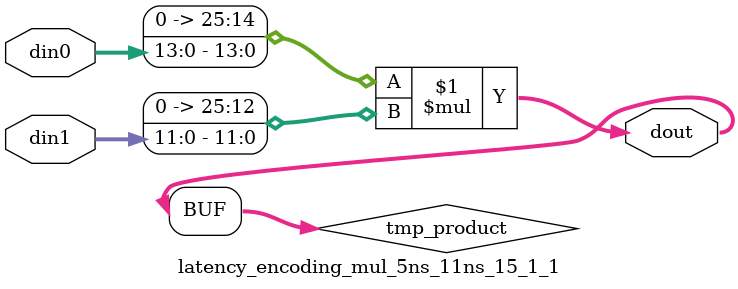
<source format=v>

`timescale 1 ns / 1 ps

 module latency_encoding_mul_5ns_11ns_15_1_1(din0, din1, dout);
parameter ID = 1;
parameter NUM_STAGE = 0;
parameter din0_WIDTH = 14;
parameter din1_WIDTH = 12;
parameter dout_WIDTH = 26;

input [din0_WIDTH - 1 : 0] din0; 
input [din1_WIDTH - 1 : 0] din1; 
output [dout_WIDTH - 1 : 0] dout;

wire signed [dout_WIDTH - 1 : 0] tmp_product;
























assign tmp_product = $signed({1'b0, din0}) * $signed({1'b0, din1});











assign dout = tmp_product;





















endmodule

</source>
